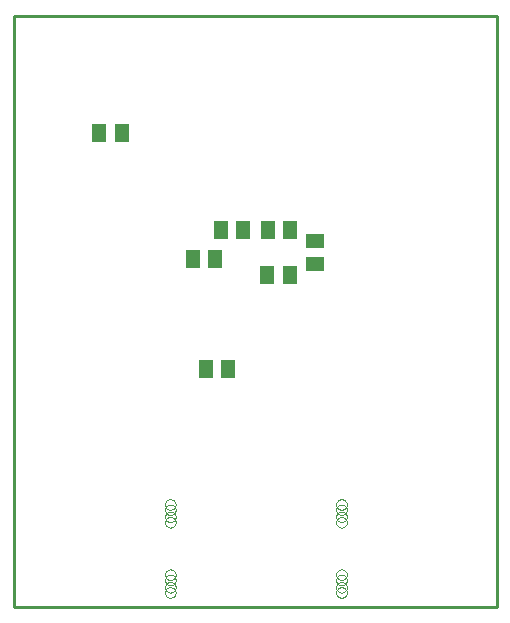
<source format=gbp>
G75*
%MOIN*%
%OFA0B0*%
%FSLAX24Y24*%
%IPPOS*%
%LPD*%
%AMOC8*
5,1,8,0,0,1.08239X$1,22.5*
%
%ADD10C,0.0100*%
%ADD11C,0.0000*%
%ADD12R,0.0512X0.0591*%
%ADD13R,0.0591X0.0512*%
D10*
X004503Y002292D02*
X004503Y021967D01*
X020603Y021967D01*
X020603Y002292D01*
X004503Y002292D01*
D11*
X009547Y002764D02*
X009549Y002790D01*
X009555Y002816D01*
X009565Y002841D01*
X009578Y002864D01*
X009594Y002884D01*
X009614Y002902D01*
X009636Y002917D01*
X009659Y002929D01*
X009685Y002937D01*
X009711Y002941D01*
X009737Y002941D01*
X009763Y002937D01*
X009789Y002929D01*
X009813Y002917D01*
X009834Y002902D01*
X009854Y002884D01*
X009870Y002864D01*
X009883Y002841D01*
X009893Y002816D01*
X009899Y002790D01*
X009901Y002764D01*
X009899Y002738D01*
X009893Y002712D01*
X009883Y002687D01*
X009870Y002664D01*
X009854Y002644D01*
X009834Y002626D01*
X009812Y002611D01*
X009789Y002599D01*
X009763Y002591D01*
X009737Y002587D01*
X009711Y002587D01*
X009685Y002591D01*
X009659Y002599D01*
X009635Y002611D01*
X009614Y002626D01*
X009594Y002644D01*
X009578Y002664D01*
X009565Y002687D01*
X009555Y002712D01*
X009549Y002738D01*
X009547Y002764D01*
X009547Y002941D02*
X009549Y002967D01*
X009555Y002993D01*
X009565Y003018D01*
X009578Y003041D01*
X009594Y003061D01*
X009614Y003079D01*
X009636Y003094D01*
X009659Y003106D01*
X009685Y003114D01*
X009711Y003118D01*
X009737Y003118D01*
X009763Y003114D01*
X009789Y003106D01*
X009813Y003094D01*
X009834Y003079D01*
X009854Y003061D01*
X009870Y003041D01*
X009883Y003018D01*
X009893Y002993D01*
X009899Y002967D01*
X009901Y002941D01*
X009899Y002915D01*
X009893Y002889D01*
X009883Y002864D01*
X009870Y002841D01*
X009854Y002821D01*
X009834Y002803D01*
X009812Y002788D01*
X009789Y002776D01*
X009763Y002768D01*
X009737Y002764D01*
X009711Y002764D01*
X009685Y002768D01*
X009659Y002776D01*
X009635Y002788D01*
X009614Y002803D01*
X009594Y002821D01*
X009578Y002841D01*
X009565Y002864D01*
X009555Y002889D01*
X009549Y002915D01*
X009547Y002941D01*
X009547Y003178D02*
X009549Y003204D01*
X009555Y003230D01*
X009565Y003255D01*
X009578Y003278D01*
X009594Y003298D01*
X009614Y003316D01*
X009636Y003331D01*
X009659Y003343D01*
X009685Y003351D01*
X009711Y003355D01*
X009737Y003355D01*
X009763Y003351D01*
X009789Y003343D01*
X009813Y003331D01*
X009834Y003316D01*
X009854Y003298D01*
X009870Y003278D01*
X009883Y003255D01*
X009893Y003230D01*
X009899Y003204D01*
X009901Y003178D01*
X009899Y003152D01*
X009893Y003126D01*
X009883Y003101D01*
X009870Y003078D01*
X009854Y003058D01*
X009834Y003040D01*
X009812Y003025D01*
X009789Y003013D01*
X009763Y003005D01*
X009737Y003001D01*
X009711Y003001D01*
X009685Y003005D01*
X009659Y003013D01*
X009635Y003025D01*
X009614Y003040D01*
X009594Y003058D01*
X009578Y003078D01*
X009565Y003101D01*
X009555Y003126D01*
X009549Y003152D01*
X009547Y003178D01*
X009547Y003355D02*
X009549Y003381D01*
X009555Y003407D01*
X009565Y003432D01*
X009578Y003455D01*
X009594Y003475D01*
X009614Y003493D01*
X009636Y003508D01*
X009659Y003520D01*
X009685Y003528D01*
X009711Y003532D01*
X009737Y003532D01*
X009763Y003528D01*
X009789Y003520D01*
X009813Y003508D01*
X009834Y003493D01*
X009854Y003475D01*
X009870Y003455D01*
X009883Y003432D01*
X009893Y003407D01*
X009899Y003381D01*
X009901Y003355D01*
X009899Y003329D01*
X009893Y003303D01*
X009883Y003278D01*
X009870Y003255D01*
X009854Y003235D01*
X009834Y003217D01*
X009812Y003202D01*
X009789Y003190D01*
X009763Y003182D01*
X009737Y003178D01*
X009711Y003178D01*
X009685Y003182D01*
X009659Y003190D01*
X009635Y003202D01*
X009614Y003217D01*
X009594Y003235D01*
X009578Y003255D01*
X009565Y003278D01*
X009555Y003303D01*
X009549Y003329D01*
X009547Y003355D01*
X009547Y005107D02*
X009549Y005133D01*
X009555Y005159D01*
X009565Y005184D01*
X009578Y005207D01*
X009594Y005227D01*
X009614Y005245D01*
X009636Y005260D01*
X009659Y005272D01*
X009685Y005280D01*
X009711Y005284D01*
X009737Y005284D01*
X009763Y005280D01*
X009789Y005272D01*
X009813Y005260D01*
X009834Y005245D01*
X009854Y005227D01*
X009870Y005207D01*
X009883Y005184D01*
X009893Y005159D01*
X009899Y005133D01*
X009901Y005107D01*
X009899Y005081D01*
X009893Y005055D01*
X009883Y005030D01*
X009870Y005007D01*
X009854Y004987D01*
X009834Y004969D01*
X009812Y004954D01*
X009789Y004942D01*
X009763Y004934D01*
X009737Y004930D01*
X009711Y004930D01*
X009685Y004934D01*
X009659Y004942D01*
X009635Y004954D01*
X009614Y004969D01*
X009594Y004987D01*
X009578Y005007D01*
X009565Y005030D01*
X009555Y005055D01*
X009549Y005081D01*
X009547Y005107D01*
X009547Y005284D02*
X009549Y005310D01*
X009555Y005336D01*
X009565Y005361D01*
X009578Y005384D01*
X009594Y005404D01*
X009614Y005422D01*
X009636Y005437D01*
X009659Y005449D01*
X009685Y005457D01*
X009711Y005461D01*
X009737Y005461D01*
X009763Y005457D01*
X009789Y005449D01*
X009813Y005437D01*
X009834Y005422D01*
X009854Y005404D01*
X009870Y005384D01*
X009883Y005361D01*
X009893Y005336D01*
X009899Y005310D01*
X009901Y005284D01*
X009899Y005258D01*
X009893Y005232D01*
X009883Y005207D01*
X009870Y005184D01*
X009854Y005164D01*
X009834Y005146D01*
X009812Y005131D01*
X009789Y005119D01*
X009763Y005111D01*
X009737Y005107D01*
X009711Y005107D01*
X009685Y005111D01*
X009659Y005119D01*
X009635Y005131D01*
X009614Y005146D01*
X009594Y005164D01*
X009578Y005184D01*
X009565Y005207D01*
X009555Y005232D01*
X009549Y005258D01*
X009547Y005284D01*
X009547Y005520D02*
X009549Y005546D01*
X009555Y005572D01*
X009565Y005597D01*
X009578Y005620D01*
X009594Y005640D01*
X009614Y005658D01*
X009636Y005673D01*
X009659Y005685D01*
X009685Y005693D01*
X009711Y005697D01*
X009737Y005697D01*
X009763Y005693D01*
X009789Y005685D01*
X009813Y005673D01*
X009834Y005658D01*
X009854Y005640D01*
X009870Y005620D01*
X009883Y005597D01*
X009893Y005572D01*
X009899Y005546D01*
X009901Y005520D01*
X009899Y005494D01*
X009893Y005468D01*
X009883Y005443D01*
X009870Y005420D01*
X009854Y005400D01*
X009834Y005382D01*
X009812Y005367D01*
X009789Y005355D01*
X009763Y005347D01*
X009737Y005343D01*
X009711Y005343D01*
X009685Y005347D01*
X009659Y005355D01*
X009635Y005367D01*
X009614Y005382D01*
X009594Y005400D01*
X009578Y005420D01*
X009565Y005443D01*
X009555Y005468D01*
X009549Y005494D01*
X009547Y005520D01*
X009547Y005697D02*
X009549Y005723D01*
X009555Y005749D01*
X009565Y005774D01*
X009578Y005797D01*
X009594Y005817D01*
X009614Y005835D01*
X009636Y005850D01*
X009659Y005862D01*
X009685Y005870D01*
X009711Y005874D01*
X009737Y005874D01*
X009763Y005870D01*
X009789Y005862D01*
X009813Y005850D01*
X009834Y005835D01*
X009854Y005817D01*
X009870Y005797D01*
X009883Y005774D01*
X009893Y005749D01*
X009899Y005723D01*
X009901Y005697D01*
X009899Y005671D01*
X009893Y005645D01*
X009883Y005620D01*
X009870Y005597D01*
X009854Y005577D01*
X009834Y005559D01*
X009812Y005544D01*
X009789Y005532D01*
X009763Y005524D01*
X009737Y005520D01*
X009711Y005520D01*
X009685Y005524D01*
X009659Y005532D01*
X009635Y005544D01*
X009614Y005559D01*
X009594Y005577D01*
X009578Y005597D01*
X009565Y005620D01*
X009555Y005645D01*
X009549Y005671D01*
X009547Y005697D01*
X015255Y005697D02*
X015257Y005723D01*
X015263Y005749D01*
X015273Y005774D01*
X015286Y005797D01*
X015302Y005817D01*
X015322Y005835D01*
X015344Y005850D01*
X015367Y005862D01*
X015393Y005870D01*
X015419Y005874D01*
X015445Y005874D01*
X015471Y005870D01*
X015497Y005862D01*
X015521Y005850D01*
X015542Y005835D01*
X015562Y005817D01*
X015578Y005797D01*
X015591Y005774D01*
X015601Y005749D01*
X015607Y005723D01*
X015609Y005697D01*
X015607Y005671D01*
X015601Y005645D01*
X015591Y005620D01*
X015578Y005597D01*
X015562Y005577D01*
X015542Y005559D01*
X015520Y005544D01*
X015497Y005532D01*
X015471Y005524D01*
X015445Y005520D01*
X015419Y005520D01*
X015393Y005524D01*
X015367Y005532D01*
X015343Y005544D01*
X015322Y005559D01*
X015302Y005577D01*
X015286Y005597D01*
X015273Y005620D01*
X015263Y005645D01*
X015257Y005671D01*
X015255Y005697D01*
X015255Y005520D02*
X015257Y005546D01*
X015263Y005572D01*
X015273Y005597D01*
X015286Y005620D01*
X015302Y005640D01*
X015322Y005658D01*
X015344Y005673D01*
X015367Y005685D01*
X015393Y005693D01*
X015419Y005697D01*
X015445Y005697D01*
X015471Y005693D01*
X015497Y005685D01*
X015521Y005673D01*
X015542Y005658D01*
X015562Y005640D01*
X015578Y005620D01*
X015591Y005597D01*
X015601Y005572D01*
X015607Y005546D01*
X015609Y005520D01*
X015607Y005494D01*
X015601Y005468D01*
X015591Y005443D01*
X015578Y005420D01*
X015562Y005400D01*
X015542Y005382D01*
X015520Y005367D01*
X015497Y005355D01*
X015471Y005347D01*
X015445Y005343D01*
X015419Y005343D01*
X015393Y005347D01*
X015367Y005355D01*
X015343Y005367D01*
X015322Y005382D01*
X015302Y005400D01*
X015286Y005420D01*
X015273Y005443D01*
X015263Y005468D01*
X015257Y005494D01*
X015255Y005520D01*
X015255Y005284D02*
X015257Y005310D01*
X015263Y005336D01*
X015273Y005361D01*
X015286Y005384D01*
X015302Y005404D01*
X015322Y005422D01*
X015344Y005437D01*
X015367Y005449D01*
X015393Y005457D01*
X015419Y005461D01*
X015445Y005461D01*
X015471Y005457D01*
X015497Y005449D01*
X015521Y005437D01*
X015542Y005422D01*
X015562Y005404D01*
X015578Y005384D01*
X015591Y005361D01*
X015601Y005336D01*
X015607Y005310D01*
X015609Y005284D01*
X015607Y005258D01*
X015601Y005232D01*
X015591Y005207D01*
X015578Y005184D01*
X015562Y005164D01*
X015542Y005146D01*
X015520Y005131D01*
X015497Y005119D01*
X015471Y005111D01*
X015445Y005107D01*
X015419Y005107D01*
X015393Y005111D01*
X015367Y005119D01*
X015343Y005131D01*
X015322Y005146D01*
X015302Y005164D01*
X015286Y005184D01*
X015273Y005207D01*
X015263Y005232D01*
X015257Y005258D01*
X015255Y005284D01*
X015255Y005107D02*
X015257Y005133D01*
X015263Y005159D01*
X015273Y005184D01*
X015286Y005207D01*
X015302Y005227D01*
X015322Y005245D01*
X015344Y005260D01*
X015367Y005272D01*
X015393Y005280D01*
X015419Y005284D01*
X015445Y005284D01*
X015471Y005280D01*
X015497Y005272D01*
X015521Y005260D01*
X015542Y005245D01*
X015562Y005227D01*
X015578Y005207D01*
X015591Y005184D01*
X015601Y005159D01*
X015607Y005133D01*
X015609Y005107D01*
X015607Y005081D01*
X015601Y005055D01*
X015591Y005030D01*
X015578Y005007D01*
X015562Y004987D01*
X015542Y004969D01*
X015520Y004954D01*
X015497Y004942D01*
X015471Y004934D01*
X015445Y004930D01*
X015419Y004930D01*
X015393Y004934D01*
X015367Y004942D01*
X015343Y004954D01*
X015322Y004969D01*
X015302Y004987D01*
X015286Y005007D01*
X015273Y005030D01*
X015263Y005055D01*
X015257Y005081D01*
X015255Y005107D01*
X015255Y003355D02*
X015257Y003381D01*
X015263Y003407D01*
X015273Y003432D01*
X015286Y003455D01*
X015302Y003475D01*
X015322Y003493D01*
X015344Y003508D01*
X015367Y003520D01*
X015393Y003528D01*
X015419Y003532D01*
X015445Y003532D01*
X015471Y003528D01*
X015497Y003520D01*
X015521Y003508D01*
X015542Y003493D01*
X015562Y003475D01*
X015578Y003455D01*
X015591Y003432D01*
X015601Y003407D01*
X015607Y003381D01*
X015609Y003355D01*
X015607Y003329D01*
X015601Y003303D01*
X015591Y003278D01*
X015578Y003255D01*
X015562Y003235D01*
X015542Y003217D01*
X015520Y003202D01*
X015497Y003190D01*
X015471Y003182D01*
X015445Y003178D01*
X015419Y003178D01*
X015393Y003182D01*
X015367Y003190D01*
X015343Y003202D01*
X015322Y003217D01*
X015302Y003235D01*
X015286Y003255D01*
X015273Y003278D01*
X015263Y003303D01*
X015257Y003329D01*
X015255Y003355D01*
X015255Y003178D02*
X015257Y003204D01*
X015263Y003230D01*
X015273Y003255D01*
X015286Y003278D01*
X015302Y003298D01*
X015322Y003316D01*
X015344Y003331D01*
X015367Y003343D01*
X015393Y003351D01*
X015419Y003355D01*
X015445Y003355D01*
X015471Y003351D01*
X015497Y003343D01*
X015521Y003331D01*
X015542Y003316D01*
X015562Y003298D01*
X015578Y003278D01*
X015591Y003255D01*
X015601Y003230D01*
X015607Y003204D01*
X015609Y003178D01*
X015607Y003152D01*
X015601Y003126D01*
X015591Y003101D01*
X015578Y003078D01*
X015562Y003058D01*
X015542Y003040D01*
X015520Y003025D01*
X015497Y003013D01*
X015471Y003005D01*
X015445Y003001D01*
X015419Y003001D01*
X015393Y003005D01*
X015367Y003013D01*
X015343Y003025D01*
X015322Y003040D01*
X015302Y003058D01*
X015286Y003078D01*
X015273Y003101D01*
X015263Y003126D01*
X015257Y003152D01*
X015255Y003178D01*
X015255Y002941D02*
X015257Y002967D01*
X015263Y002993D01*
X015273Y003018D01*
X015286Y003041D01*
X015302Y003061D01*
X015322Y003079D01*
X015344Y003094D01*
X015367Y003106D01*
X015393Y003114D01*
X015419Y003118D01*
X015445Y003118D01*
X015471Y003114D01*
X015497Y003106D01*
X015521Y003094D01*
X015542Y003079D01*
X015562Y003061D01*
X015578Y003041D01*
X015591Y003018D01*
X015601Y002993D01*
X015607Y002967D01*
X015609Y002941D01*
X015607Y002915D01*
X015601Y002889D01*
X015591Y002864D01*
X015578Y002841D01*
X015562Y002821D01*
X015542Y002803D01*
X015520Y002788D01*
X015497Y002776D01*
X015471Y002768D01*
X015445Y002764D01*
X015419Y002764D01*
X015393Y002768D01*
X015367Y002776D01*
X015343Y002788D01*
X015322Y002803D01*
X015302Y002821D01*
X015286Y002841D01*
X015273Y002864D01*
X015263Y002889D01*
X015257Y002915D01*
X015255Y002941D01*
X015255Y002764D02*
X015257Y002790D01*
X015263Y002816D01*
X015273Y002841D01*
X015286Y002864D01*
X015302Y002884D01*
X015322Y002902D01*
X015344Y002917D01*
X015367Y002929D01*
X015393Y002937D01*
X015419Y002941D01*
X015445Y002941D01*
X015471Y002937D01*
X015497Y002929D01*
X015521Y002917D01*
X015542Y002902D01*
X015562Y002884D01*
X015578Y002864D01*
X015591Y002841D01*
X015601Y002816D01*
X015607Y002790D01*
X015609Y002764D01*
X015607Y002738D01*
X015601Y002712D01*
X015591Y002687D01*
X015578Y002664D01*
X015562Y002644D01*
X015542Y002626D01*
X015520Y002611D01*
X015497Y002599D01*
X015471Y002591D01*
X015445Y002587D01*
X015419Y002587D01*
X015393Y002591D01*
X015367Y002599D01*
X015343Y002611D01*
X015322Y002626D01*
X015302Y002644D01*
X015286Y002664D01*
X015273Y002687D01*
X015263Y002712D01*
X015257Y002738D01*
X015255Y002764D01*
D12*
X011652Y010217D03*
X010904Y010217D03*
X012959Y013362D03*
X013707Y013362D03*
X013727Y014842D03*
X012979Y014842D03*
X012152Y014842D03*
X011404Y014842D03*
X011227Y013892D03*
X010479Y013892D03*
X008102Y018092D03*
X007354Y018092D03*
D13*
X014553Y014466D03*
X014553Y013718D03*
M02*

</source>
